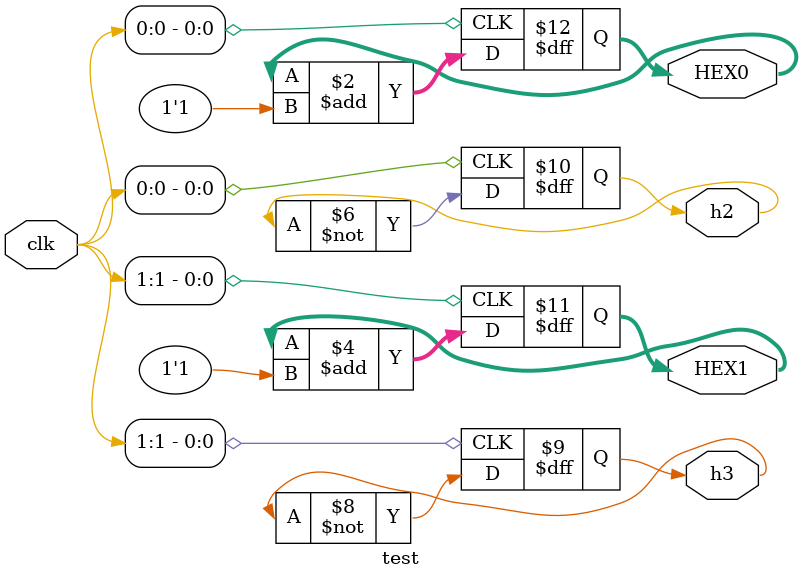
<source format=v>
module	test (	
	input		[1:0]	clk,
	output	reg	[3:0]	HEX0,
	output	reg	[3:0]	HEX1,
	output	reg			h2,
	output	reg			h3 );

always @ (posedge clk[0])
	HEX0 <= HEX0 + 1'b1;

always @ (posedge clk[1])
	HEX1 <= HEX1 + 1'b1;

always @ (posedge clk[0])	
	h2 = ~h2;

always @ (posedge clk[1])	
	h3 = ~h3;

endmodule 
</source>
